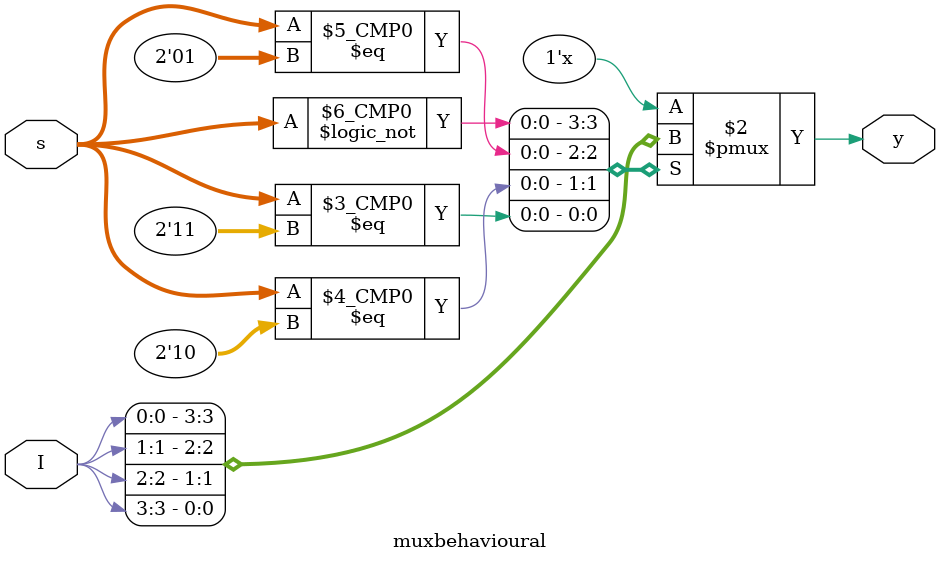
<source format=v>
module muxbehavioural(I,s,y);
input [3:0]I;
input [1:0]s;
output reg y;
always@(*)
begin
case(s)
2'b00:  y=I[0];
2'b01:  y=I[1];
2'b10:  y=I[2];
2'b11:  y=I[3];
default:  y=1'bz;
endcase
end
endmodule

</source>
